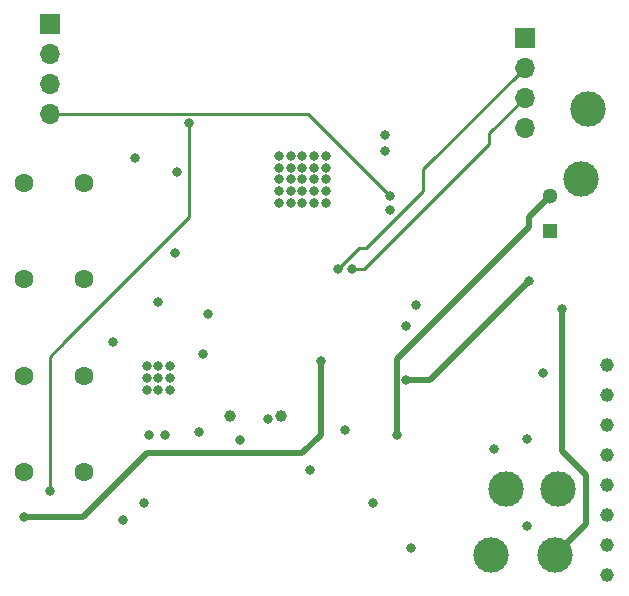
<source format=gbr>
%TF.GenerationSoftware,KiCad,Pcbnew,(5.1.10)-1*%
%TF.CreationDate,2022-02-13T15:16:36-05:00*%
%TF.ProjectId,wristband,77726973-7462-4616-9e64-2e6b69636164,rev?*%
%TF.SameCoordinates,Original*%
%TF.FileFunction,Copper,L3,Inr*%
%TF.FilePolarity,Positive*%
%FSLAX46Y46*%
G04 Gerber Fmt 4.6, Leading zero omitted, Abs format (unit mm)*
G04 Created by KiCad (PCBNEW (5.1.10)-1) date 2022-02-13 15:16:36*
%MOMM*%
%LPD*%
G01*
G04 APERTURE LIST*
%TA.AperFunction,ComponentPad*%
%ADD10C,3.000000*%
%TD*%
%TA.AperFunction,ComponentPad*%
%ADD11C,1.000000*%
%TD*%
%TA.AperFunction,ComponentPad*%
%ADD12C,1.150000*%
%TD*%
%TA.AperFunction,ComponentPad*%
%ADD13O,1.700000X1.700000*%
%TD*%
%TA.AperFunction,ComponentPad*%
%ADD14R,1.700000X1.700000*%
%TD*%
%TA.AperFunction,ComponentPad*%
%ADD15C,1.300000*%
%TD*%
%TA.AperFunction,ComponentPad*%
%ADD16R,1.200000X1.200000*%
%TD*%
%TA.AperFunction,ComponentPad*%
%ADD17C,1.600000*%
%TD*%
%TA.AperFunction,ViaPad*%
%ADD18C,0.800000*%
%TD*%
%TA.AperFunction,Conductor*%
%ADD19C,0.500000*%
%TD*%
%TA.AperFunction,Conductor*%
%ADD20C,0.250000*%
%TD*%
G04 APERTURE END LIST*
D10*
%TO.N,+3V3*%
%TO.C,TP6*%
X135000000Y-75000000D03*
%TD*%
%TO.N,-BATT*%
%TO.C,TP5*%
X126800000Y-112800000D03*
%TD*%
%TO.N,+BATT*%
%TO.C,TP4*%
X132400000Y-107200000D03*
%TD*%
%TO.N,+1V8*%
%TO.C,TP3*%
X132200000Y-112800000D03*
%TD*%
%TO.N,BATT_OUT*%
%TO.C,TP2*%
X128000000Y-107200000D03*
%TD*%
%TO.N,GND*%
%TO.C,TP1*%
X134400000Y-81000000D03*
%TD*%
D11*
%TO.N,N/C*%
%TO.C,P1*%
X109000000Y-101000000D03*
X104700000Y-101000000D03*
%TD*%
D12*
%TO.N,SCL*%
%TO.C,U9*%
X136600000Y-104330000D03*
%TO.N,SDA*%
X136600000Y-101790000D03*
%TO.N,GND*%
X136600000Y-99250000D03*
%TO.N,+3V3*%
X136600000Y-96710000D03*
%TO.N,N/C*%
X136600000Y-106870000D03*
X136600000Y-109410000D03*
X136600000Y-111950000D03*
%TO.N,ACC_INT*%
X136600000Y-114490000D03*
%TD*%
D13*
%TO.N,GND*%
%TO.C,J3*%
X129600000Y-76620000D03*
%TO.N,SCL*%
X129600000Y-74080000D03*
%TO.N,SDA*%
X129600000Y-71540000D03*
D14*
%TO.N,+1V8*%
X129600000Y-69000000D03*
%TD*%
D13*
%TO.N,HLTH_INT*%
%TO.C,J2*%
X89400000Y-75480000D03*
%TO.N,N/C*%
X89400000Y-72940000D03*
X89400000Y-70400000D03*
D14*
%TO.N,GND*%
X89400000Y-67860000D03*
%TD*%
D15*
%TO.N,-BATT*%
%TO.C,BT1*%
X131800000Y-82400000D03*
D16*
%TO.N,Net-(BT1-Pad1)*%
X131800000Y-85400000D03*
%TD*%
D17*
%TO.N,GND*%
%TO.C,SW1*%
X87260000Y-89400000D03*
%TO.N,PB_2*%
X92340000Y-89400000D03*
%TD*%
%TO.N,PB_3*%
%TO.C,SW2*%
X92340000Y-97600000D03*
%TO.N,GND*%
X87260000Y-97600000D03*
%TD*%
%TO.N,GND*%
%TO.C,SW3*%
X87260000Y-81300000D03*
%TO.N,PB_1*%
X92340000Y-81300000D03*
%TD*%
%TO.N,IO_0*%
%TO.C,SW4*%
X92340000Y-105800000D03*
%TO.N,GND*%
X87260000Y-105800000D03*
%TD*%
D18*
%TO.N,+BATT*%
X114400000Y-102200000D03*
X119600000Y-98000000D03*
X130000000Y-89600000D03*
%TO.N,-BATT*%
X116800000Y-108400000D03*
X118800000Y-102600000D03*
%TO.N,+3V3*%
X100000000Y-87200000D03*
X112400000Y-96400000D03*
X87200000Y-109600000D03*
X96600000Y-79200000D03*
%TO.N,GND*%
X127000000Y-103800000D03*
X129800000Y-103000000D03*
X95600000Y-109800000D03*
X111400000Y-105600000D03*
X98600000Y-98800000D03*
X99600000Y-98800000D03*
X97600000Y-98800000D03*
X98600000Y-97800000D03*
X99600000Y-97800000D03*
X97600000Y-97800000D03*
X108800000Y-83000000D03*
X109800000Y-83000000D03*
X110800000Y-83000000D03*
X111800000Y-83000000D03*
X112800000Y-83000000D03*
X108800000Y-82000000D03*
X109800000Y-82000000D03*
X110800000Y-82000000D03*
X111800000Y-82000000D03*
X112800000Y-82000000D03*
X108800000Y-81000000D03*
X109800000Y-81000000D03*
X110800000Y-81000000D03*
X111800000Y-81000000D03*
X112800000Y-81000000D03*
X108800000Y-80000000D03*
X109800000Y-80000000D03*
X110800000Y-80000000D03*
X111800000Y-80000000D03*
X112800000Y-80000000D03*
X112800000Y-79000000D03*
X111800000Y-79000000D03*
X110800000Y-79000000D03*
X109800000Y-79000000D03*
X108800000Y-79000000D03*
X97600000Y-96800000D03*
X98600000Y-96800000D03*
X99600000Y-96800000D03*
X102800000Y-92400000D03*
X120000000Y-112200000D03*
X131200000Y-97400000D03*
X119600000Y-93400000D03*
X107900000Y-101300000D03*
X102000000Y-102400000D03*
X100200000Y-80400000D03*
X129800000Y-110300000D03*
%TO.N,+1V8*%
X132800000Y-92000000D03*
%TO.N,IO_0*%
X120400000Y-91600000D03*
X97400000Y-108400000D03*
%TO.N,/BMS/VBUS*%
X94800000Y-94800000D03*
X105550000Y-103050000D03*
%TO.N,HLTH_INT*%
X118200000Y-82400000D03*
%TO.N,SDA*%
X113800000Y-88600000D03*
%TO.N,SCL*%
X115000000Y-88600000D03*
%TO.N,ACC_INT*%
X118200000Y-83600000D03*
%TO.N,EN*%
X89400000Y-107400000D03*
X101200000Y-76200000D03*
%TO.N,Net-(R2-Pad1)*%
X98600000Y-91400000D03*
X102400000Y-95800000D03*
%TO.N,TXD*%
X99200000Y-102600000D03*
X117800000Y-78600000D03*
%TO.N,RXD*%
X97800000Y-102600000D03*
X117800000Y-77200000D03*
%TD*%
D19*
%TO.N,+BATT*%
X121600000Y-98000000D02*
X130000000Y-89600000D01*
X119600000Y-98000000D02*
X121600000Y-98000000D01*
%TO.N,-BATT*%
X118800000Y-102600000D02*
X118800000Y-96200000D01*
X118800000Y-96200000D02*
X130000000Y-85000000D01*
X130000000Y-84200000D02*
X131800000Y-82400000D01*
X130000000Y-85000000D02*
X130000000Y-84200000D01*
%TO.N,+3V3*%
X87200000Y-109600000D02*
X92200000Y-109600000D01*
X92200000Y-109600000D02*
X97600000Y-104200000D01*
X97600000Y-104200000D02*
X110800000Y-104200000D01*
X112400000Y-102600000D02*
X112400000Y-96400000D01*
X110800000Y-104200000D02*
X112400000Y-102600000D01*
%TO.N,+1V8*%
X132800000Y-92000000D02*
X132800000Y-104000000D01*
X132800000Y-104000000D02*
X134800000Y-106000000D01*
X134800000Y-110200000D02*
X132200000Y-112800000D01*
X134800000Y-106000000D02*
X134800000Y-110200000D01*
D20*
%TO.N,HLTH_INT*%
X111280000Y-75480000D02*
X118200000Y-82400000D01*
X89400000Y-75480000D02*
X111280000Y-75480000D01*
%TO.N,SDA*%
X129600000Y-71540000D02*
X121000000Y-80140000D01*
X121000000Y-82000000D02*
X116200000Y-86800000D01*
X121000000Y-80140000D02*
X121000000Y-82000000D01*
X115600000Y-86800000D02*
X113800000Y-88600000D01*
X116200000Y-86800000D02*
X115600000Y-86800000D01*
%TO.N,SCL*%
X115000000Y-88600000D02*
X116000000Y-88600000D01*
X116000000Y-88600000D02*
X126600000Y-78000000D01*
X126600000Y-77080000D02*
X129600000Y-74080000D01*
X126600000Y-78000000D02*
X126600000Y-77080000D01*
%TO.N,EN*%
X101200000Y-76200000D02*
X101200000Y-84200000D01*
X89400000Y-96000000D02*
X90700000Y-94700000D01*
X89400000Y-107400000D02*
X89400000Y-96000000D01*
X90700000Y-94700000D02*
X90400000Y-95000000D01*
X101200000Y-84200000D02*
X90700000Y-94700000D01*
%TD*%
M02*

</source>
